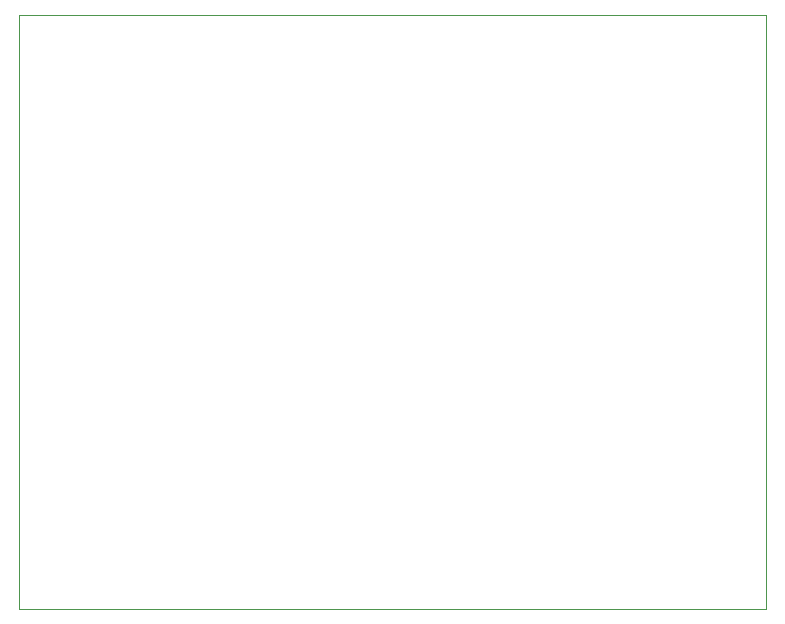
<source format=gbr>
%TF.GenerationSoftware,KiCad,Pcbnew,8.0.1*%
%TF.CreationDate,2024-04-04T11:04:08+02:00*%
%TF.ProjectId,ZX Spectrum AMP,5a582053-7065-4637-9472-756d20414d50,rev?*%
%TF.SameCoordinates,Original*%
%TF.FileFunction,Profile,NP*%
%FSLAX46Y46*%
G04 Gerber Fmt 4.6, Leading zero omitted, Abs format (unit mm)*
G04 Created by KiCad (PCBNEW 8.0.1) date 2024-04-04 11:04:08*
%MOMM*%
%LPD*%
G01*
G04 APERTURE LIST*
%TA.AperFunction,Profile*%
%ADD10C,0.050000*%
%TD*%
G04 APERTURE END LIST*
D10*
X27889200Y-34848800D02*
X91118800Y-34848800D01*
X91118800Y-85105200D01*
X27889200Y-85105200D01*
X27889200Y-34848800D01*
M02*

</source>
